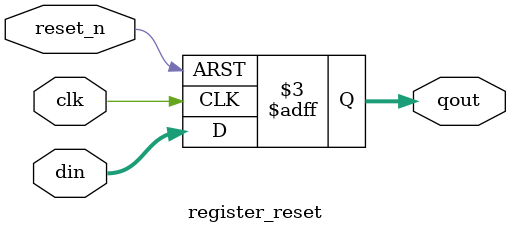
<source format=v>
module register_reset #(
    parameter N = 4   // number of bits
)(
    input wire          clk,
    input wire          reset_n,
    input wire  [N-1:0] din,
    output reg  [N-1:0] qout
); 

    always @(posedge clk or negedge reset_n) begin
        if (!reset_n) 
            qout <= {N{1'b0}}; 
        else          
            qout <= din; 
    end
endmodule

</source>
